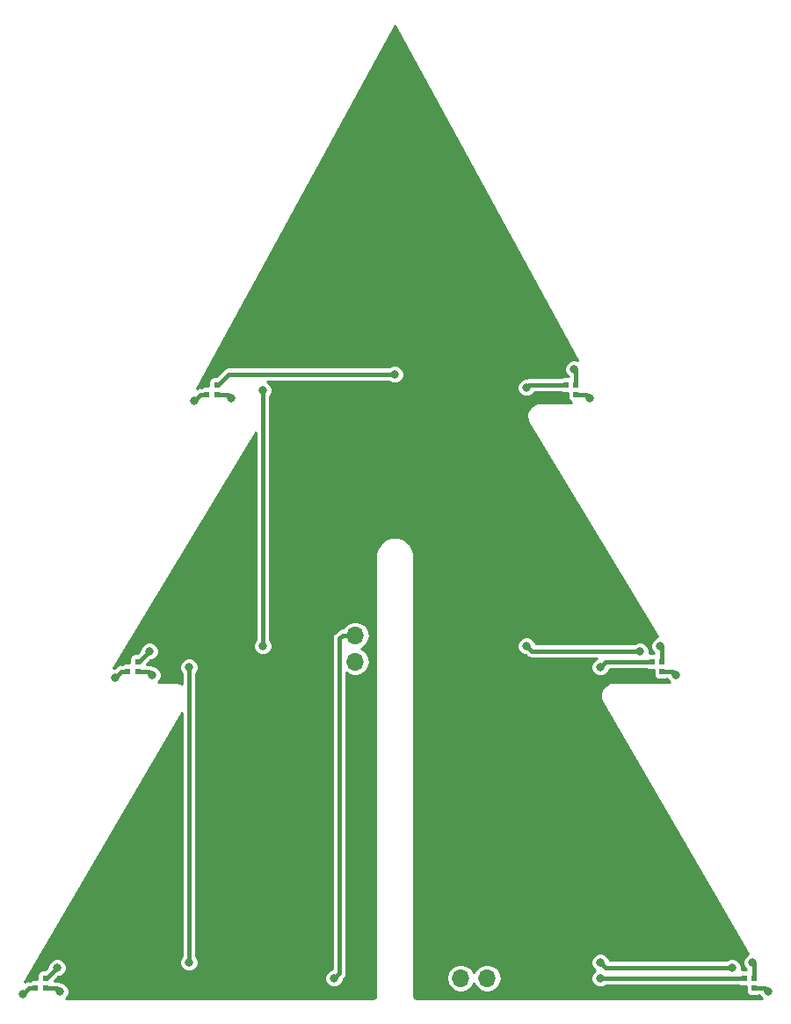
<source format=gbr>
G04 #@! TF.GenerationSoftware,KiCad,Pcbnew,(5.0.2)-1*
G04 #@! TF.CreationDate,2020-06-10T19:39:01-05:00*
G04 #@! TF.ProjectId,Top_Hardware,546f705f-4861-4726-9477-6172652e6b69,rev?*
G04 #@! TF.SameCoordinates,Original*
G04 #@! TF.FileFunction,Copper,L2,Bot*
G04 #@! TF.FilePolarity,Positive*
%FSLAX46Y46*%
G04 Gerber Fmt 4.6, Leading zero omitted, Abs format (unit mm)*
G04 Created by KiCad (PCBNEW (5.0.2)-1) date 6/10/2020 7:39:01 PM*
%MOMM*%
%LPD*%
G01*
G04 APERTURE LIST*
G04 #@! TA.AperFunction,SMDPad,CuDef*
%ADD10R,0.550000X0.550000*%
G04 #@! TD*
G04 #@! TA.AperFunction,ComponentPad*
%ADD11R,1.700000X1.700000*%
G04 #@! TD*
G04 #@! TA.AperFunction,ComponentPad*
%ADD12O,1.700000X1.700000*%
G04 #@! TD*
G04 #@! TA.AperFunction,ViaPad*
%ADD13C,0.800000*%
G04 #@! TD*
G04 #@! TA.AperFunction,Conductor*
%ADD14C,0.381000*%
G04 #@! TD*
G04 #@! TA.AperFunction,Conductor*
%ADD15C,0.254000*%
G04 #@! TD*
G04 APERTURE END LIST*
D10*
G04 #@! TO.P,D2,3*
G04 #@! TO.N,Net-(D1-Pad1)*
X107635000Y-125410000D03*
G04 #@! TO.P,D2,2*
G04 #@! TO.N,GND*
X108585000Y-125410000D03*
G04 #@! TO.P,D2,4*
G04 #@! TO.N,+5V*
X107635000Y-124460000D03*
G04 #@! TO.P,D2,1*
G04 #@! TO.N,Net-(D2-Pad1)*
X108585000Y-124460000D03*
G04 #@! TD*
G04 #@! TO.P,D4,3*
G04 #@! TO.N,Net-(D3-Pad1)*
X116525000Y-94930000D03*
G04 #@! TO.P,D4,2*
G04 #@! TO.N,GND*
X117475000Y-94930000D03*
G04 #@! TO.P,D4,4*
G04 #@! TO.N,+5V*
X116525000Y-93980000D03*
G04 #@! TO.P,D4,1*
G04 #@! TO.N,Net-(D4-Pad1)*
X117475000Y-93980000D03*
G04 #@! TD*
G04 #@! TO.P,D6,3*
G04 #@! TO.N,Net-(D5-Pad1)*
X124145000Y-68260000D03*
G04 #@! TO.P,D6,2*
G04 #@! TO.N,GND*
X125095000Y-68260000D03*
G04 #@! TO.P,D6,4*
G04 #@! TO.N,+5V*
X124145000Y-67310000D03*
G04 #@! TO.P,D6,1*
G04 #@! TO.N,Net-(D6-Pad1)*
X125095000Y-67310000D03*
G04 #@! TD*
G04 #@! TO.P,D8,3*
G04 #@! TO.N,Net-(D7-Pad1)*
X159700000Y-68260000D03*
G04 #@! TO.P,D8,2*
G04 #@! TO.N,GND*
X159700000Y-67310000D03*
G04 #@! TO.P,D8,4*
G04 #@! TO.N,+5V*
X158750000Y-68260000D03*
G04 #@! TO.P,D8,1*
G04 #@! TO.N,Net-(D8-Pad1)*
X158750000Y-67310000D03*
G04 #@! TD*
G04 #@! TO.P,D10,3*
G04 #@! TO.N,Net-(D10-Pad3)*
X167955000Y-94930000D03*
G04 #@! TO.P,D10,2*
G04 #@! TO.N,GND*
X167955000Y-93980000D03*
G04 #@! TO.P,D10,4*
G04 #@! TO.N,+5V*
X167005000Y-94930000D03*
G04 #@! TO.P,D10,1*
G04 #@! TO.N,Net-(D10-Pad1)*
X167005000Y-93980000D03*
G04 #@! TD*
G04 #@! TO.P,D12,3*
G04 #@! TO.N,Net-(D11-Pad1)*
X176845000Y-125410000D03*
G04 #@! TO.P,D12,2*
G04 #@! TO.N,GND*
X176845000Y-124460000D03*
G04 #@! TO.P,D12,4*
G04 #@! TO.N,+5V*
X175895000Y-125410000D03*
G04 #@! TO.P,D12,1*
G04 #@! TO.N,/DOut*
X175895000Y-124460000D03*
G04 #@! TD*
D11*
G04 #@! TO.P,J1,1*
G04 #@! TO.N,+5V*
X138430000Y-88900000D03*
D12*
G04 #@! TO.P,J1,2*
G04 #@! TO.N,/DIn*
X138430000Y-91440000D03*
G04 #@! TO.P,J1,3*
G04 #@! TO.N,GND*
X138430000Y-93980000D03*
G04 #@! TD*
D11*
G04 #@! TO.P,J2,1*
G04 #@! TO.N,+5V*
X146050000Y-124460000D03*
D12*
G04 #@! TO.P,J2,2*
G04 #@! TO.N,/DOut*
X148590000Y-124460000D03*
G04 #@! TO.P,J2,3*
G04 #@! TO.N,GND*
X151130000Y-124460000D03*
G04 #@! TD*
D13*
G04 #@! TO.N,+5V*
X107950000Y-123190000D03*
X116840000Y-92710000D03*
X124460000Y-66040000D03*
X156972000Y-68580000D03*
X174112000Y-125730000D03*
X165222000Y-95250000D03*
G04 #@! TO.N,GND*
X109982000Y-125730000D03*
X118872000Y-95250000D03*
X126492000Y-68580000D03*
X159512000Y-65786000D03*
X167762000Y-92456000D03*
X176652000Y-122936000D03*
G04 #@! TO.N,Net-(D1-Pad1)*
X106426000Y-125984000D03*
G04 #@! TO.N,Net-(D2-Pad1)*
X122428000Y-94488000D03*
X109728000Y-123444000D03*
X122428000Y-122936000D03*
G04 #@! TO.N,Net-(D4-Pad1)*
X118618000Y-92964000D03*
X129540000Y-67818000D03*
X129540000Y-92456000D03*
G04 #@! TO.N,Net-(D5-Pad1)*
X122936000Y-68834000D03*
G04 #@! TO.N,Net-(D7-Pad1)*
X161036000Y-68580000D03*
G04 #@! TO.N,Net-(D8-Pad1)*
X154940000Y-67564000D03*
X165862000Y-92964000D03*
X154940000Y-92456000D03*
G04 #@! TO.N,Net-(D10-Pad3)*
X169286000Y-95250000D03*
G04 #@! TO.N,Net-(D10-Pad1)*
X162052000Y-94488000D03*
X174752000Y-123444000D03*
X162052000Y-122936000D03*
G04 #@! TO.N,Net-(D11-Pad1)*
X178176000Y-125730000D03*
G04 #@! TO.N,/DIn*
X136398000Y-124460000D03*
G04 #@! TO.N,Net-(D3-Pad1)*
X115316000Y-95504000D03*
G04 #@! TO.N,Net-(D6-Pad1)*
X142240000Y-66294000D03*
G04 #@! TO.N,/DOut*
X162052000Y-124460000D03*
G04 #@! TD*
D14*
G04 #@! TO.N,GND*
X109662000Y-125410000D02*
X109982000Y-125730000D01*
X108585000Y-125410000D02*
X109662000Y-125410000D01*
X117475000Y-94930000D02*
X118552000Y-94930000D01*
X118552000Y-94930000D02*
X118872000Y-95250000D01*
X125095000Y-68260000D02*
X126172000Y-68260000D01*
X126172000Y-68260000D02*
X126492000Y-68580000D01*
X159700000Y-67310000D02*
X159700000Y-65974000D01*
X159700000Y-65974000D02*
X159512000Y-65786000D01*
X167950000Y-93980000D02*
X167950000Y-92644000D01*
X167950000Y-92644000D02*
X167762000Y-92456000D01*
X176840000Y-124460000D02*
X176840000Y-123124000D01*
X176840000Y-123124000D02*
X176652000Y-122936000D01*
G04 #@! TO.N,Net-(D1-Pad1)*
X107000000Y-125410000D02*
X106426000Y-125984000D01*
X107635000Y-125410000D02*
X107000000Y-125410000D01*
G04 #@! TO.N,Net-(D2-Pad1)*
X122428000Y-94488000D02*
X122428000Y-95053685D01*
X108585000Y-124460000D02*
X108712000Y-124460000D01*
X108712000Y-124460000D02*
X109728000Y-123444000D01*
X122428000Y-95053685D02*
X122428000Y-122936000D01*
G04 #@! TO.N,Net-(D4-Pad1)*
X117475000Y-93980000D02*
X117602000Y-93980000D01*
X117602000Y-93980000D02*
X118618000Y-92964000D01*
X129540000Y-67818000D02*
X129540000Y-81788000D01*
X129540000Y-81788000D02*
X129540000Y-92456000D01*
G04 #@! TO.N,Net-(D6-Pad1)*
X125095000Y-67310000D02*
X125222000Y-67310000D01*
X125222000Y-67310000D02*
X126238000Y-66294000D01*
G04 #@! TO.N,Net-(D3-Pad1)*
X115890000Y-94930000D02*
X115316000Y-95504000D01*
X116525000Y-94930000D02*
X115890000Y-94930000D01*
G04 #@! TO.N,Net-(D5-Pad1)*
X123510000Y-68260000D02*
X122936000Y-68834000D01*
X122936000Y-68834000D02*
X123510000Y-68260000D01*
X123510000Y-68260000D02*
X124145000Y-68260000D01*
G04 #@! TO.N,Net-(D7-Pad1)*
X159700000Y-68260000D02*
X160716000Y-68260000D01*
X160716000Y-68260000D02*
X161036000Y-68580000D01*
G04 #@! TO.N,Net-(D8-Pad1)*
X158750000Y-67310000D02*
X158094000Y-67310000D01*
X158094000Y-67310000D02*
X155194000Y-67310000D01*
X155194000Y-67310000D02*
X154940000Y-67564000D01*
X165862000Y-92964000D02*
X155448000Y-92964000D01*
X155448000Y-92964000D02*
X154940000Y-92456000D01*
G04 #@! TO.N,Net-(D10-Pad3)*
X168966000Y-94930000D02*
X169286000Y-95250000D01*
X167950000Y-94930000D02*
X168966000Y-94930000D01*
X169286000Y-95250000D02*
X169286000Y-95250000D01*
G04 #@! TO.N,Net-(D10-Pad1)*
X167005000Y-93980000D02*
X166349000Y-93980000D01*
X166349000Y-93980000D02*
X162560000Y-93980000D01*
X162560000Y-93980000D02*
X162052000Y-94488000D01*
X162560000Y-123444000D02*
X162052000Y-122936000D01*
X174752000Y-123444000D02*
X162560000Y-123444000D01*
G04 #@! TO.N,Net-(D11-Pad1)*
X176840000Y-125410000D02*
X177856000Y-125410000D01*
X177856000Y-125410000D02*
X178176000Y-125730000D01*
G04 #@! TO.N,/DIn*
X137227919Y-91440000D02*
X136906000Y-91761919D01*
X138430000Y-91440000D02*
X137227919Y-91440000D01*
X136906000Y-91761919D02*
X136906000Y-123952000D01*
X136906000Y-123952000D02*
X136398000Y-124460000D01*
G04 #@! TO.N,Net-(D3-Pad1)*
X115316000Y-95504000D02*
X115316000Y-95504000D01*
G04 #@! TO.N,Net-(D6-Pad1)*
X126238000Y-66294000D02*
X142240000Y-66294000D01*
G04 #@! TO.N,/DOut*
X175895000Y-124460000D02*
X173990000Y-124460000D01*
X162814000Y-124460000D02*
X162052000Y-124460000D01*
X162814000Y-124460000D02*
X162560000Y-124460000D01*
X173990000Y-124460000D02*
X162814000Y-124460000D01*
G04 #@! TD*
D15*
G04 #@! TO.N,+5V*
G36*
X142245565Y-32746325D02*
X142259597Y-32753487D01*
X159850763Y-64943508D01*
X159692612Y-64878000D01*
X159331388Y-64878000D01*
X158997659Y-65016235D01*
X158742235Y-65271659D01*
X158604000Y-65605388D01*
X158604000Y-65966612D01*
X158742235Y-66300341D01*
X158958942Y-66517048D01*
X158475000Y-66517048D01*
X158276788Y-66556475D01*
X158194438Y-66611500D01*
X155262788Y-66611500D01*
X155193999Y-66597817D01*
X155125210Y-66611500D01*
X155125206Y-66611500D01*
X154921459Y-66652028D01*
X154915514Y-66656000D01*
X154759388Y-66656000D01*
X154425659Y-66794235D01*
X154170235Y-67049659D01*
X154032000Y-67383388D01*
X154032000Y-67744612D01*
X154170235Y-68078341D01*
X154425659Y-68333765D01*
X154759388Y-68472000D01*
X155120612Y-68472000D01*
X155454341Y-68333765D01*
X155709765Y-68078341D01*
X155738694Y-68008500D01*
X158194438Y-68008500D01*
X158276788Y-68063525D01*
X158475000Y-68102952D01*
X158907048Y-68102952D01*
X158907048Y-68535000D01*
X158946475Y-68733212D01*
X159058753Y-68901247D01*
X159226002Y-69013000D01*
X156228783Y-69013000D01*
X156212879Y-69016163D01*
X156148242Y-69020400D01*
X156074579Y-69040138D01*
X155998972Y-69050092D01*
X155717433Y-69145662D01*
X155520434Y-69259400D01*
X155296899Y-69455434D01*
X155158421Y-69635902D01*
X155158421Y-69635903D01*
X155026922Y-69902556D01*
X155026921Y-69902558D01*
X154968046Y-70122282D01*
X154948600Y-70418963D01*
X154978291Y-70644492D01*
X154978292Y-70644494D01*
X155038424Y-70821635D01*
X155038121Y-70828268D01*
X155097103Y-70991317D01*
X167528993Y-91569703D01*
X167247659Y-91686235D01*
X166992235Y-91941659D01*
X166854000Y-92275388D01*
X166854000Y-92636612D01*
X166992235Y-92970341D01*
X167208942Y-93187048D01*
X166752422Y-93187048D01*
X166770000Y-93144612D01*
X166770000Y-92783388D01*
X166631765Y-92449659D01*
X166376341Y-92194235D01*
X166042612Y-92056000D01*
X165681388Y-92056000D01*
X165347659Y-92194235D01*
X165276394Y-92265500D01*
X155843904Y-92265500D01*
X155709765Y-91941659D01*
X155454341Y-91686235D01*
X155120612Y-91548000D01*
X154759388Y-91548000D01*
X154425659Y-91686235D01*
X154170235Y-91941659D01*
X154032000Y-92275388D01*
X154032000Y-92636612D01*
X154170235Y-92970341D01*
X154425659Y-93225765D01*
X154759388Y-93364000D01*
X154860172Y-93364000D01*
X154905441Y-93409269D01*
X154944410Y-93467590D01*
X155175459Y-93621972D01*
X155379206Y-93662500D01*
X155379210Y-93662500D01*
X155447999Y-93676183D01*
X155516788Y-93662500D01*
X161672215Y-93662500D01*
X161537659Y-93718235D01*
X161282235Y-93973659D01*
X161144000Y-94307388D01*
X161144000Y-94668612D01*
X161282235Y-95002341D01*
X161537659Y-95257765D01*
X161871388Y-95396000D01*
X162232612Y-95396000D01*
X162566341Y-95257765D01*
X162821765Y-95002341D01*
X162955904Y-94678500D01*
X166449438Y-94678500D01*
X166531788Y-94733525D01*
X166730000Y-94772952D01*
X167162048Y-94772952D01*
X167162048Y-95205000D01*
X167201475Y-95403212D01*
X167313753Y-95571247D01*
X167481788Y-95683525D01*
X167680000Y-95722952D01*
X168230000Y-95722952D01*
X168428212Y-95683525D01*
X168470935Y-95654978D01*
X168516235Y-95764341D01*
X168688894Y-95937000D01*
X163315383Y-95937000D01*
X163295146Y-95941026D01*
X163234842Y-95944978D01*
X163161179Y-95964716D01*
X163085572Y-95974670D01*
X162804033Y-96070240D01*
X162607034Y-96183978D01*
X162383499Y-96380012D01*
X162245021Y-96560480D01*
X162245021Y-96560481D01*
X162113522Y-96827134D01*
X162113521Y-96827136D01*
X162054646Y-97046860D01*
X162035200Y-97343541D01*
X162064891Y-97569070D01*
X162064892Y-97569072D01*
X162123541Y-97741845D01*
X162123445Y-97743422D01*
X162179969Y-97907340D01*
X176302143Y-122098103D01*
X176137659Y-122166235D01*
X175882235Y-122421659D01*
X175744000Y-122755388D01*
X175744000Y-123116612D01*
X175882235Y-123450341D01*
X176098942Y-123667048D01*
X175642422Y-123667048D01*
X175660000Y-123624612D01*
X175660000Y-123263388D01*
X175521765Y-122929659D01*
X175266341Y-122674235D01*
X174932612Y-122536000D01*
X174571388Y-122536000D01*
X174237659Y-122674235D01*
X174166394Y-122745500D01*
X162955904Y-122745500D01*
X162821765Y-122421659D01*
X162566341Y-122166235D01*
X162232612Y-122028000D01*
X161871388Y-122028000D01*
X161537659Y-122166235D01*
X161282235Y-122421659D01*
X161144000Y-122755388D01*
X161144000Y-123116612D01*
X161282235Y-123450341D01*
X161529894Y-123698000D01*
X161282235Y-123945659D01*
X161144000Y-124279388D01*
X161144000Y-124640612D01*
X161282235Y-124974341D01*
X161537659Y-125229765D01*
X161871388Y-125368000D01*
X162232612Y-125368000D01*
X162566341Y-125229765D01*
X162637606Y-125158500D01*
X175339438Y-125158500D01*
X175421788Y-125213525D01*
X175620000Y-125252952D01*
X176052048Y-125252952D01*
X176052048Y-125685000D01*
X176091475Y-125883212D01*
X176203753Y-126051247D01*
X176371788Y-126163525D01*
X176570000Y-126202952D01*
X177120000Y-126202952D01*
X177318212Y-126163525D01*
X177360935Y-126134978D01*
X177406235Y-126244341D01*
X177578894Y-126417000D01*
X144329422Y-126417000D01*
X144207869Y-126392822D01*
X144153504Y-126356496D01*
X144117178Y-126302131D01*
X144093000Y-126180578D01*
X144093000Y-124460000D01*
X147205396Y-124460000D01*
X147310793Y-124989865D01*
X147610937Y-125439063D01*
X148060135Y-125739207D01*
X148456253Y-125818000D01*
X148723747Y-125818000D01*
X149119865Y-125739207D01*
X149569063Y-125439063D01*
X149860000Y-125003644D01*
X150150937Y-125439063D01*
X150600135Y-125739207D01*
X150996253Y-125818000D01*
X151263747Y-125818000D01*
X151659865Y-125739207D01*
X152109063Y-125439063D01*
X152409207Y-124989865D01*
X152514604Y-124460000D01*
X152409207Y-123930135D01*
X152109063Y-123480937D01*
X151659865Y-123180793D01*
X151263747Y-123102000D01*
X150996253Y-123102000D01*
X150600135Y-123180793D01*
X150150937Y-123480937D01*
X149860000Y-123916356D01*
X149569063Y-123480937D01*
X149119865Y-123180793D01*
X148723747Y-123102000D01*
X148456253Y-123102000D01*
X148060135Y-123180793D01*
X147610937Y-123480937D01*
X147310793Y-123930135D01*
X147205396Y-124460000D01*
X144093000Y-124460000D01*
X144093000Y-83762583D01*
X144083044Y-83712532D01*
X144007553Y-83284398D01*
X144007553Y-83284396D01*
X143959471Y-83152294D01*
X143938303Y-83094134D01*
X143938302Y-83094132D01*
X143717768Y-82712159D01*
X143639524Y-82618912D01*
X143587621Y-82557056D01*
X143249748Y-82273547D01*
X143249746Y-82273544D01*
X143074398Y-82172307D01*
X142659931Y-82021453D01*
X142460533Y-81986294D01*
X142019467Y-81986294D01*
X141820069Y-82021453D01*
X141405602Y-82172307D01*
X141230254Y-82273544D01*
X141230252Y-82273547D01*
X140892379Y-82557056D01*
X140840476Y-82618912D01*
X140762232Y-82712159D01*
X140541698Y-83094132D01*
X140541697Y-83094134D01*
X140472447Y-83284397D01*
X140396954Y-83712541D01*
X140387000Y-83762584D01*
X140387001Y-126180573D01*
X140362822Y-126302131D01*
X140326496Y-126356496D01*
X140272131Y-126392822D01*
X140150578Y-126417000D01*
X110579106Y-126417000D01*
X110751765Y-126244341D01*
X110890000Y-125910612D01*
X110890000Y-125549388D01*
X110751765Y-125215659D01*
X110496341Y-124960235D01*
X110162612Y-124822000D01*
X110039262Y-124822000D01*
X109934541Y-124752028D01*
X109730794Y-124711500D01*
X109730790Y-124711500D01*
X109662000Y-124697817D01*
X109593210Y-124711500D01*
X109448327Y-124711500D01*
X109807828Y-124352000D01*
X109908612Y-124352000D01*
X110083912Y-124279388D01*
X135490000Y-124279388D01*
X135490000Y-124640612D01*
X135628235Y-124974341D01*
X135883659Y-125229765D01*
X136217388Y-125368000D01*
X136578612Y-125368000D01*
X136912341Y-125229765D01*
X137167765Y-124974341D01*
X137306000Y-124640612D01*
X137306000Y-124539828D01*
X137351269Y-124494559D01*
X137409590Y-124455590D01*
X137563972Y-124224541D01*
X137604500Y-124020794D01*
X137604500Y-124020790D01*
X137618183Y-123952001D01*
X137604500Y-123883212D01*
X137604500Y-95061670D01*
X137900135Y-95259207D01*
X138296253Y-95338000D01*
X138563747Y-95338000D01*
X138959865Y-95259207D01*
X139409063Y-94959063D01*
X139709207Y-94509865D01*
X139814604Y-93980000D01*
X139709207Y-93450135D01*
X139409063Y-93000937D01*
X138973644Y-92710000D01*
X139409063Y-92419063D01*
X139709207Y-91969865D01*
X139814604Y-91440000D01*
X139709207Y-90910135D01*
X139409063Y-90460937D01*
X138959865Y-90160793D01*
X138563747Y-90082000D01*
X138296253Y-90082000D01*
X137900135Y-90160793D01*
X137450937Y-90460937D01*
X137267370Y-90735665D01*
X137227918Y-90727817D01*
X137159129Y-90741500D01*
X137159125Y-90741500D01*
X136955378Y-90782028D01*
X136724329Y-90936410D01*
X136685358Y-90994734D01*
X136460731Y-91219361D01*
X136402410Y-91258330D01*
X136248028Y-91489379D01*
X136207500Y-91693126D01*
X136207500Y-91693129D01*
X136193817Y-91761919D01*
X136207500Y-91830709D01*
X136207501Y-123556095D01*
X135883659Y-123690235D01*
X135628235Y-123945659D01*
X135490000Y-124279388D01*
X110083912Y-124279388D01*
X110242341Y-124213765D01*
X110497765Y-123958341D01*
X110636000Y-123624612D01*
X110636000Y-123263388D01*
X110497765Y-122929659D01*
X110242341Y-122674235D01*
X109908612Y-122536000D01*
X109547388Y-122536000D01*
X109213659Y-122674235D01*
X108958235Y-122929659D01*
X108820000Y-123263388D01*
X108820000Y-123364172D01*
X108517125Y-123667048D01*
X108310000Y-123667048D01*
X108111788Y-123706475D01*
X107943753Y-123818753D01*
X107831475Y-123986788D01*
X107792048Y-124185000D01*
X107792048Y-124617048D01*
X107360000Y-124617048D01*
X107161788Y-124656475D01*
X107079438Y-124711500D01*
X107068794Y-124711500D01*
X107000000Y-124697816D01*
X106727459Y-124752028D01*
X106565273Y-124860396D01*
X121729500Y-98884639D01*
X121729501Y-122350393D01*
X121658235Y-122421659D01*
X121520000Y-122755388D01*
X121520000Y-123116612D01*
X121658235Y-123450341D01*
X121913659Y-123705765D01*
X122247388Y-123844000D01*
X122608612Y-123844000D01*
X122942341Y-123705765D01*
X123197765Y-123450341D01*
X123336000Y-123116612D01*
X123336000Y-122755388D01*
X123197765Y-122421659D01*
X123126500Y-122350394D01*
X123126500Y-95073606D01*
X123197765Y-95002341D01*
X123336000Y-94668612D01*
X123336000Y-94307388D01*
X123197765Y-93973659D01*
X122942341Y-93718235D01*
X122608612Y-93580000D01*
X122247388Y-93580000D01*
X121913659Y-93718235D01*
X121658235Y-93973659D01*
X121520000Y-94307388D01*
X121520000Y-94668612D01*
X121658235Y-95002341D01*
X121729500Y-95073606D01*
X121729500Y-96097765D01*
X121723070Y-96093469D01*
X121723069Y-96093468D01*
X121595312Y-96040549D01*
X121512911Y-96006417D01*
X121512910Y-96006417D01*
X121334966Y-95971022D01*
X121334675Y-95970827D01*
X121164617Y-95937000D01*
X119469106Y-95937000D01*
X119641765Y-95764341D01*
X119780000Y-95430612D01*
X119780000Y-95069388D01*
X119641765Y-94735659D01*
X119386341Y-94480235D01*
X119052612Y-94342000D01*
X118929262Y-94342000D01*
X118824541Y-94272028D01*
X118620794Y-94231500D01*
X118620790Y-94231500D01*
X118552000Y-94217817D01*
X118483210Y-94231500D01*
X118338327Y-94231500D01*
X118697828Y-93872000D01*
X118798612Y-93872000D01*
X119132341Y-93733765D01*
X119387765Y-93478341D01*
X119526000Y-93144612D01*
X119526000Y-92783388D01*
X119387765Y-92449659D01*
X119132341Y-92194235D01*
X118798612Y-92056000D01*
X118437388Y-92056000D01*
X118103659Y-92194235D01*
X117848235Y-92449659D01*
X117710000Y-92783388D01*
X117710000Y-92884172D01*
X117407125Y-93187048D01*
X117200000Y-93187048D01*
X117001788Y-93226475D01*
X116833753Y-93338753D01*
X116721475Y-93506788D01*
X116682048Y-93705000D01*
X116682048Y-94137048D01*
X116250000Y-94137048D01*
X116051788Y-94176475D01*
X115969438Y-94231500D01*
X115958794Y-94231500D01*
X115890000Y-94217816D01*
X115617459Y-94272028D01*
X115444730Y-94387441D01*
X115444728Y-94387443D01*
X115386410Y-94426410D01*
X115347443Y-94484728D01*
X115236172Y-94596000D01*
X115135388Y-94596000D01*
X115118530Y-94602983D01*
X128841500Y-71887487D01*
X128841501Y-81719202D01*
X128841500Y-81719207D01*
X128841501Y-91870393D01*
X128770235Y-91941659D01*
X128632000Y-92275388D01*
X128632000Y-92636612D01*
X128770235Y-92970341D01*
X129025659Y-93225765D01*
X129359388Y-93364000D01*
X129720612Y-93364000D01*
X130054341Y-93225765D01*
X130309765Y-92970341D01*
X130448000Y-92636612D01*
X130448000Y-92275388D01*
X130309765Y-91941659D01*
X130238500Y-91870394D01*
X130238500Y-68403606D01*
X130309765Y-68332341D01*
X130448000Y-67998612D01*
X130448000Y-67637388D01*
X130309765Y-67303659D01*
X130054341Y-67048235D01*
X129919785Y-66992500D01*
X141654394Y-66992500D01*
X141725659Y-67063765D01*
X142059388Y-67202000D01*
X142420612Y-67202000D01*
X142754341Y-67063765D01*
X143009765Y-66808341D01*
X143148000Y-66474612D01*
X143148000Y-66113388D01*
X143009765Y-65779659D01*
X142754341Y-65524235D01*
X142420612Y-65386000D01*
X142059388Y-65386000D01*
X141725659Y-65524235D01*
X141654394Y-65595500D01*
X126306790Y-65595500D01*
X126238000Y-65581817D01*
X126169210Y-65595500D01*
X126169206Y-65595500D01*
X125965459Y-65636028D01*
X125734410Y-65790410D01*
X125695441Y-65848731D01*
X125027125Y-66517048D01*
X124820000Y-66517048D01*
X124621788Y-66556475D01*
X124453753Y-66668753D01*
X124341475Y-66836788D01*
X124302048Y-67035000D01*
X124302048Y-67467048D01*
X123870000Y-67467048D01*
X123671788Y-67506475D01*
X123589438Y-67561500D01*
X123578794Y-67561500D01*
X123510000Y-67547816D01*
X123237459Y-67602028D01*
X123141300Y-67666279D01*
X142217467Y-32758860D01*
X142230022Y-32748152D01*
X142237610Y-32745693D01*
X142245565Y-32746325D01*
X142245565Y-32746325D01*
G37*
X142245565Y-32746325D02*
X142259597Y-32753487D01*
X159850763Y-64943508D01*
X159692612Y-64878000D01*
X159331388Y-64878000D01*
X158997659Y-65016235D01*
X158742235Y-65271659D01*
X158604000Y-65605388D01*
X158604000Y-65966612D01*
X158742235Y-66300341D01*
X158958942Y-66517048D01*
X158475000Y-66517048D01*
X158276788Y-66556475D01*
X158194438Y-66611500D01*
X155262788Y-66611500D01*
X155193999Y-66597817D01*
X155125210Y-66611500D01*
X155125206Y-66611500D01*
X154921459Y-66652028D01*
X154915514Y-66656000D01*
X154759388Y-66656000D01*
X154425659Y-66794235D01*
X154170235Y-67049659D01*
X154032000Y-67383388D01*
X154032000Y-67744612D01*
X154170235Y-68078341D01*
X154425659Y-68333765D01*
X154759388Y-68472000D01*
X155120612Y-68472000D01*
X155454341Y-68333765D01*
X155709765Y-68078341D01*
X155738694Y-68008500D01*
X158194438Y-68008500D01*
X158276788Y-68063525D01*
X158475000Y-68102952D01*
X158907048Y-68102952D01*
X158907048Y-68535000D01*
X158946475Y-68733212D01*
X159058753Y-68901247D01*
X159226002Y-69013000D01*
X156228783Y-69013000D01*
X156212879Y-69016163D01*
X156148242Y-69020400D01*
X156074579Y-69040138D01*
X155998972Y-69050092D01*
X155717433Y-69145662D01*
X155520434Y-69259400D01*
X155296899Y-69455434D01*
X155158421Y-69635902D01*
X155158421Y-69635903D01*
X155026922Y-69902556D01*
X155026921Y-69902558D01*
X154968046Y-70122282D01*
X154948600Y-70418963D01*
X154978291Y-70644492D01*
X154978292Y-70644494D01*
X155038424Y-70821635D01*
X155038121Y-70828268D01*
X155097103Y-70991317D01*
X167528993Y-91569703D01*
X167247659Y-91686235D01*
X166992235Y-91941659D01*
X166854000Y-92275388D01*
X166854000Y-92636612D01*
X166992235Y-92970341D01*
X167208942Y-93187048D01*
X166752422Y-93187048D01*
X166770000Y-93144612D01*
X166770000Y-92783388D01*
X166631765Y-92449659D01*
X166376341Y-92194235D01*
X166042612Y-92056000D01*
X165681388Y-92056000D01*
X165347659Y-92194235D01*
X165276394Y-92265500D01*
X155843904Y-92265500D01*
X155709765Y-91941659D01*
X155454341Y-91686235D01*
X155120612Y-91548000D01*
X154759388Y-91548000D01*
X154425659Y-91686235D01*
X154170235Y-91941659D01*
X154032000Y-92275388D01*
X154032000Y-92636612D01*
X154170235Y-92970341D01*
X154425659Y-93225765D01*
X154759388Y-93364000D01*
X154860172Y-93364000D01*
X154905441Y-93409269D01*
X154944410Y-93467590D01*
X155175459Y-93621972D01*
X155379206Y-93662500D01*
X155379210Y-93662500D01*
X155447999Y-93676183D01*
X155516788Y-93662500D01*
X161672215Y-93662500D01*
X161537659Y-93718235D01*
X161282235Y-93973659D01*
X161144000Y-94307388D01*
X161144000Y-94668612D01*
X161282235Y-95002341D01*
X161537659Y-95257765D01*
X161871388Y-95396000D01*
X162232612Y-95396000D01*
X162566341Y-95257765D01*
X162821765Y-95002341D01*
X162955904Y-94678500D01*
X166449438Y-94678500D01*
X166531788Y-94733525D01*
X166730000Y-94772952D01*
X167162048Y-94772952D01*
X167162048Y-95205000D01*
X167201475Y-95403212D01*
X167313753Y-95571247D01*
X167481788Y-95683525D01*
X167680000Y-95722952D01*
X168230000Y-95722952D01*
X168428212Y-95683525D01*
X168470935Y-95654978D01*
X168516235Y-95764341D01*
X168688894Y-95937000D01*
X163315383Y-95937000D01*
X163295146Y-95941026D01*
X163234842Y-95944978D01*
X163161179Y-95964716D01*
X163085572Y-95974670D01*
X162804033Y-96070240D01*
X162607034Y-96183978D01*
X162383499Y-96380012D01*
X162245021Y-96560480D01*
X162245021Y-96560481D01*
X162113522Y-96827134D01*
X162113521Y-96827136D01*
X162054646Y-97046860D01*
X162035200Y-97343541D01*
X162064891Y-97569070D01*
X162064892Y-97569072D01*
X162123541Y-97741845D01*
X162123445Y-97743422D01*
X162179969Y-97907340D01*
X176302143Y-122098103D01*
X176137659Y-122166235D01*
X175882235Y-122421659D01*
X175744000Y-122755388D01*
X175744000Y-123116612D01*
X175882235Y-123450341D01*
X176098942Y-123667048D01*
X175642422Y-123667048D01*
X175660000Y-123624612D01*
X175660000Y-123263388D01*
X175521765Y-122929659D01*
X175266341Y-122674235D01*
X174932612Y-122536000D01*
X174571388Y-122536000D01*
X174237659Y-122674235D01*
X174166394Y-122745500D01*
X162955904Y-122745500D01*
X162821765Y-122421659D01*
X162566341Y-122166235D01*
X162232612Y-122028000D01*
X161871388Y-122028000D01*
X161537659Y-122166235D01*
X161282235Y-122421659D01*
X161144000Y-122755388D01*
X161144000Y-123116612D01*
X161282235Y-123450341D01*
X161529894Y-123698000D01*
X161282235Y-123945659D01*
X161144000Y-124279388D01*
X161144000Y-124640612D01*
X161282235Y-124974341D01*
X161537659Y-125229765D01*
X161871388Y-125368000D01*
X162232612Y-125368000D01*
X162566341Y-125229765D01*
X162637606Y-125158500D01*
X175339438Y-125158500D01*
X175421788Y-125213525D01*
X175620000Y-125252952D01*
X176052048Y-125252952D01*
X176052048Y-125685000D01*
X176091475Y-125883212D01*
X176203753Y-126051247D01*
X176371788Y-126163525D01*
X176570000Y-126202952D01*
X177120000Y-126202952D01*
X177318212Y-126163525D01*
X177360935Y-126134978D01*
X177406235Y-126244341D01*
X177578894Y-126417000D01*
X144329422Y-126417000D01*
X144207869Y-126392822D01*
X144153504Y-126356496D01*
X144117178Y-126302131D01*
X144093000Y-126180578D01*
X144093000Y-124460000D01*
X147205396Y-124460000D01*
X147310793Y-124989865D01*
X147610937Y-125439063D01*
X148060135Y-125739207D01*
X148456253Y-125818000D01*
X148723747Y-125818000D01*
X149119865Y-125739207D01*
X149569063Y-125439063D01*
X149860000Y-125003644D01*
X150150937Y-125439063D01*
X150600135Y-125739207D01*
X150996253Y-125818000D01*
X151263747Y-125818000D01*
X151659865Y-125739207D01*
X152109063Y-125439063D01*
X152409207Y-124989865D01*
X152514604Y-124460000D01*
X152409207Y-123930135D01*
X152109063Y-123480937D01*
X151659865Y-123180793D01*
X151263747Y-123102000D01*
X150996253Y-123102000D01*
X150600135Y-123180793D01*
X150150937Y-123480937D01*
X149860000Y-123916356D01*
X149569063Y-123480937D01*
X149119865Y-123180793D01*
X148723747Y-123102000D01*
X148456253Y-123102000D01*
X148060135Y-123180793D01*
X147610937Y-123480937D01*
X147310793Y-123930135D01*
X147205396Y-124460000D01*
X144093000Y-124460000D01*
X144093000Y-83762583D01*
X144083044Y-83712532D01*
X144007553Y-83284398D01*
X144007553Y-83284396D01*
X143959471Y-83152294D01*
X143938303Y-83094134D01*
X143938302Y-83094132D01*
X143717768Y-82712159D01*
X143639524Y-82618912D01*
X143587621Y-82557056D01*
X143249748Y-82273547D01*
X143249746Y-82273544D01*
X143074398Y-82172307D01*
X142659931Y-82021453D01*
X142460533Y-81986294D01*
X142019467Y-81986294D01*
X141820069Y-82021453D01*
X141405602Y-82172307D01*
X141230254Y-82273544D01*
X141230252Y-82273547D01*
X140892379Y-82557056D01*
X140840476Y-82618912D01*
X140762232Y-82712159D01*
X140541698Y-83094132D01*
X140541697Y-83094134D01*
X140472447Y-83284397D01*
X140396954Y-83712541D01*
X140387000Y-83762584D01*
X140387001Y-126180573D01*
X140362822Y-126302131D01*
X140326496Y-126356496D01*
X140272131Y-126392822D01*
X140150578Y-126417000D01*
X110579106Y-126417000D01*
X110751765Y-126244341D01*
X110890000Y-125910612D01*
X110890000Y-125549388D01*
X110751765Y-125215659D01*
X110496341Y-124960235D01*
X110162612Y-124822000D01*
X110039262Y-124822000D01*
X109934541Y-124752028D01*
X109730794Y-124711500D01*
X109730790Y-124711500D01*
X109662000Y-124697817D01*
X109593210Y-124711500D01*
X109448327Y-124711500D01*
X109807828Y-124352000D01*
X109908612Y-124352000D01*
X110083912Y-124279388D01*
X135490000Y-124279388D01*
X135490000Y-124640612D01*
X135628235Y-124974341D01*
X135883659Y-125229765D01*
X136217388Y-125368000D01*
X136578612Y-125368000D01*
X136912341Y-125229765D01*
X137167765Y-124974341D01*
X137306000Y-124640612D01*
X137306000Y-124539828D01*
X137351269Y-124494559D01*
X137409590Y-124455590D01*
X137563972Y-124224541D01*
X137604500Y-124020794D01*
X137604500Y-124020790D01*
X137618183Y-123952001D01*
X137604500Y-123883212D01*
X137604500Y-95061670D01*
X137900135Y-95259207D01*
X138296253Y-95338000D01*
X138563747Y-95338000D01*
X138959865Y-95259207D01*
X139409063Y-94959063D01*
X139709207Y-94509865D01*
X139814604Y-93980000D01*
X139709207Y-93450135D01*
X139409063Y-93000937D01*
X138973644Y-92710000D01*
X139409063Y-92419063D01*
X139709207Y-91969865D01*
X139814604Y-91440000D01*
X139709207Y-90910135D01*
X139409063Y-90460937D01*
X138959865Y-90160793D01*
X138563747Y-90082000D01*
X138296253Y-90082000D01*
X137900135Y-90160793D01*
X137450937Y-90460937D01*
X137267370Y-90735665D01*
X137227918Y-90727817D01*
X137159129Y-90741500D01*
X137159125Y-90741500D01*
X136955378Y-90782028D01*
X136724329Y-90936410D01*
X136685358Y-90994734D01*
X136460731Y-91219361D01*
X136402410Y-91258330D01*
X136248028Y-91489379D01*
X136207500Y-91693126D01*
X136207500Y-91693129D01*
X136193817Y-91761919D01*
X136207500Y-91830709D01*
X136207501Y-123556095D01*
X135883659Y-123690235D01*
X135628235Y-123945659D01*
X135490000Y-124279388D01*
X110083912Y-124279388D01*
X110242341Y-124213765D01*
X110497765Y-123958341D01*
X110636000Y-123624612D01*
X110636000Y-123263388D01*
X110497765Y-122929659D01*
X110242341Y-122674235D01*
X109908612Y-122536000D01*
X109547388Y-122536000D01*
X109213659Y-122674235D01*
X108958235Y-122929659D01*
X108820000Y-123263388D01*
X108820000Y-123364172D01*
X108517125Y-123667048D01*
X108310000Y-123667048D01*
X108111788Y-123706475D01*
X107943753Y-123818753D01*
X107831475Y-123986788D01*
X107792048Y-124185000D01*
X107792048Y-124617048D01*
X107360000Y-124617048D01*
X107161788Y-124656475D01*
X107079438Y-124711500D01*
X107068794Y-124711500D01*
X107000000Y-124697816D01*
X106727459Y-124752028D01*
X106565273Y-124860396D01*
X121729500Y-98884639D01*
X121729501Y-122350393D01*
X121658235Y-122421659D01*
X121520000Y-122755388D01*
X121520000Y-123116612D01*
X121658235Y-123450341D01*
X121913659Y-123705765D01*
X122247388Y-123844000D01*
X122608612Y-123844000D01*
X122942341Y-123705765D01*
X123197765Y-123450341D01*
X123336000Y-123116612D01*
X123336000Y-122755388D01*
X123197765Y-122421659D01*
X123126500Y-122350394D01*
X123126500Y-95073606D01*
X123197765Y-95002341D01*
X123336000Y-94668612D01*
X123336000Y-94307388D01*
X123197765Y-93973659D01*
X122942341Y-93718235D01*
X122608612Y-93580000D01*
X122247388Y-93580000D01*
X121913659Y-93718235D01*
X121658235Y-93973659D01*
X121520000Y-94307388D01*
X121520000Y-94668612D01*
X121658235Y-95002341D01*
X121729500Y-95073606D01*
X121729500Y-96097765D01*
X121723070Y-96093469D01*
X121723069Y-96093468D01*
X121595312Y-96040549D01*
X121512911Y-96006417D01*
X121512910Y-96006417D01*
X121334966Y-95971022D01*
X121334675Y-95970827D01*
X121164617Y-95937000D01*
X119469106Y-95937000D01*
X119641765Y-95764341D01*
X119780000Y-95430612D01*
X119780000Y-95069388D01*
X119641765Y-94735659D01*
X119386341Y-94480235D01*
X119052612Y-94342000D01*
X118929262Y-94342000D01*
X118824541Y-94272028D01*
X118620794Y-94231500D01*
X118620790Y-94231500D01*
X118552000Y-94217817D01*
X118483210Y-94231500D01*
X118338327Y-94231500D01*
X118697828Y-93872000D01*
X118798612Y-93872000D01*
X119132341Y-93733765D01*
X119387765Y-93478341D01*
X119526000Y-93144612D01*
X119526000Y-92783388D01*
X119387765Y-92449659D01*
X119132341Y-92194235D01*
X118798612Y-92056000D01*
X118437388Y-92056000D01*
X118103659Y-92194235D01*
X117848235Y-92449659D01*
X117710000Y-92783388D01*
X117710000Y-92884172D01*
X117407125Y-93187048D01*
X117200000Y-93187048D01*
X117001788Y-93226475D01*
X116833753Y-93338753D01*
X116721475Y-93506788D01*
X116682048Y-93705000D01*
X116682048Y-94137048D01*
X116250000Y-94137048D01*
X116051788Y-94176475D01*
X115969438Y-94231500D01*
X115958794Y-94231500D01*
X115890000Y-94217816D01*
X115617459Y-94272028D01*
X115444730Y-94387441D01*
X115444728Y-94387443D01*
X115386410Y-94426410D01*
X115347443Y-94484728D01*
X115236172Y-94596000D01*
X115135388Y-94596000D01*
X115118530Y-94602983D01*
X128841500Y-71887487D01*
X128841501Y-81719202D01*
X128841500Y-81719207D01*
X128841501Y-91870393D01*
X128770235Y-91941659D01*
X128632000Y-92275388D01*
X128632000Y-92636612D01*
X128770235Y-92970341D01*
X129025659Y-93225765D01*
X129359388Y-93364000D01*
X129720612Y-93364000D01*
X130054341Y-93225765D01*
X130309765Y-92970341D01*
X130448000Y-92636612D01*
X130448000Y-92275388D01*
X130309765Y-91941659D01*
X130238500Y-91870394D01*
X130238500Y-68403606D01*
X130309765Y-68332341D01*
X130448000Y-67998612D01*
X130448000Y-67637388D01*
X130309765Y-67303659D01*
X130054341Y-67048235D01*
X129919785Y-66992500D01*
X141654394Y-66992500D01*
X141725659Y-67063765D01*
X142059388Y-67202000D01*
X142420612Y-67202000D01*
X142754341Y-67063765D01*
X143009765Y-66808341D01*
X143148000Y-66474612D01*
X143148000Y-66113388D01*
X143009765Y-65779659D01*
X142754341Y-65524235D01*
X142420612Y-65386000D01*
X142059388Y-65386000D01*
X141725659Y-65524235D01*
X141654394Y-65595500D01*
X126306790Y-65595500D01*
X126238000Y-65581817D01*
X126169210Y-65595500D01*
X126169206Y-65595500D01*
X125965459Y-65636028D01*
X125734410Y-65790410D01*
X125695441Y-65848731D01*
X125027125Y-66517048D01*
X124820000Y-66517048D01*
X124621788Y-66556475D01*
X124453753Y-66668753D01*
X124341475Y-66836788D01*
X124302048Y-67035000D01*
X124302048Y-67467048D01*
X123870000Y-67467048D01*
X123671788Y-67506475D01*
X123589438Y-67561500D01*
X123578794Y-67561500D01*
X123510000Y-67547816D01*
X123237459Y-67602028D01*
X123141300Y-67666279D01*
X142217467Y-32758860D01*
X142230022Y-32748152D01*
X142237610Y-32745693D01*
X142245565Y-32746325D01*
G04 #@! TD*
M02*

</source>
